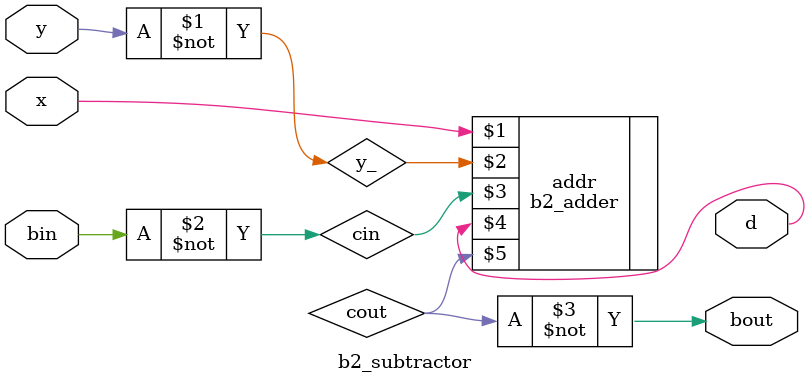
<source format=v>
module b2_subtractor(x, y, bin, d, bout);
	input x, y, bin;
	output d, bout;

	wire y_;
	assign y_ = ~y;
	
	wire cin;
	assign cin = ~bin;

	wire cout;
	assign bout = ~cout;

	b2_adder addr(x, y_, cin, d, cout);
endmodule

</source>
